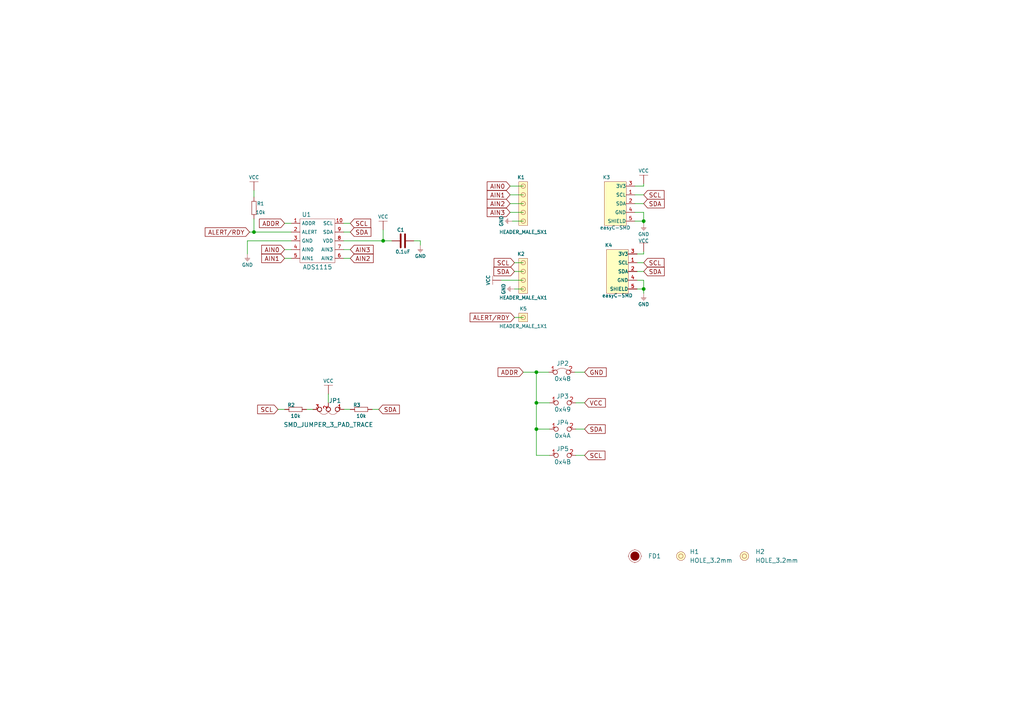
<source format=kicad_sch>
(kicad_sch (version 20210126) (generator eeschema)

  (paper "A4")

  (lib_symbols
    (symbol "e-radionica.com schematics:0603C" (pin_numbers hide) (pin_names (offset 0.002)) (in_bom yes) (on_board yes)
      (property "Reference" "C" (id 0) (at -0.635 3.175 0)
        (effects (font (size 1 1)))
      )
      (property "Value" "0603C" (id 1) (at 0 -3.175 0)
        (effects (font (size 1 1)))
      )
      (property "Footprint" "e-radionica.com footprinti:0603C" (id 2) (at 0 0 0)
        (effects (font (size 1 1)) hide)
      )
      (property "Datasheet" "" (id 3) (at 0 0 0)
        (effects (font (size 1 1)) hide)
      )
      (symbol "0603C_0_1"
        (polyline
          (pts
            (xy -0.635 1.905)
            (xy -0.635 -1.905)
          )
          (stroke (width 0.5)) (fill (type none))
        )
        (polyline
          (pts
            (xy 0.635 1.905)
            (xy 0.635 -1.905)
          )
          (stroke (width 0.5)) (fill (type none))
        )
      )
      (symbol "0603C_1_1"
        (pin passive line (at 3.175 0 180) (length 2.54)
          (name "~" (effects (font (size 1.27 1.27))))
          (number "2" (effects (font (size 1.27 1.27))))
        )
        (pin passive line (at -3.175 0 0) (length 2.54)
          (name "~" (effects (font (size 1.27 1.27))))
          (number "1" (effects (font (size 1.27 1.27))))
        )
      )
    )
    (symbol "e-radionica.com schematics:0603R" (pin_numbers hide) (pin_names (offset 0.254)) (in_bom yes) (on_board yes)
      (property "Reference" "R" (id 0) (at -1.905 1.905 0)
        (effects (font (size 1 1)))
      )
      (property "Value" "0603R" (id 1) (at 0 -1.905 0)
        (effects (font (size 1 1)))
      )
      (property "Footprint" "e-radionica.com footprinti:0603R" (id 2) (at -0.635 1.905 0)
        (effects (font (size 1 1)) hide)
      )
      (property "Datasheet" "" (id 3) (at -0.635 1.905 0)
        (effects (font (size 1 1)) hide)
      )
      (symbol "0603R_0_1"
        (rectangle (start -1.905 0.635) (end -1.8796 -0.635)
          (stroke (width 0.1)) (fill (type none))
        )
        (rectangle (start -1.905 0.635) (end 1.905 0.6096)
          (stroke (width 0.1)) (fill (type none))
        )
        (rectangle (start -1.905 -0.635) (end 1.905 -0.6604)
          (stroke (width 0.1)) (fill (type none))
        )
        (rectangle (start 1.905 0.635) (end 1.9304 -0.635)
          (stroke (width 0.1)) (fill (type none))
        )
      )
      (symbol "0603R_1_1"
        (pin passive line (at -3.175 0 0) (length 1.27)
          (name "~" (effects (font (size 1.27 1.27))))
          (number "1" (effects (font (size 1.27 1.27))))
        )
        (pin passive line (at 3.175 0 180) (length 1.27)
          (name "~" (effects (font (size 1.27 1.27))))
          (number "2" (effects (font (size 1.27 1.27))))
        )
      )
    )
    (symbol "e-radionica.com schematics:ADS1115" (in_bom yes) (on_board yes)
      (property "Reference" "U" (id 0) (at 0 7.62 0)
        (effects (font (size 1.27 1.27)))
      )
      (property "Value" "ADS1115" (id 1) (at 0 -7.62 0)
        (effects (font (size 1.27 1.27)))
      )
      (property "Footprint" "e-radionica.com footprinti:VSSOP" (id 2) (at 0 0 0)
        (effects (font (size 1.27 1.27)) hide)
      )
      (property "Datasheet" "" (id 3) (at 0 0 0)
        (effects (font (size 1.27 1.27)) hide)
      )
      (symbol "ADS1115_0_1"
        (rectangle (start -5.08 6.35) (end 5.08 -6.35)
          (stroke (width 0.0006)) (fill (type none))
        )
      )
      (symbol "ADS1115_1_1"
        (pin input line (at -7.62 5.08 0) (length 2.54)
          (name "ADDR" (effects (font (size 1 1))))
          (number "1" (effects (font (size 1 1))))
        )
        (pin input line (at -7.62 2.54 0) (length 2.54)
          (name "ALERT" (effects (font (size 1 1))))
          (number "2" (effects (font (size 1 1))))
        )
        (pin passive line (at -7.62 0 0) (length 2.54)
          (name "GND" (effects (font (size 1 1))))
          (number "3" (effects (font (size 1 1))))
        )
        (pin input line (at -7.62 -2.54 0) (length 2.54)
          (name "AIN0" (effects (font (size 1 1))))
          (number "4" (effects (font (size 1 1))))
        )
        (pin input line (at -7.62 -5.08 0) (length 2.54)
          (name "AIN1" (effects (font (size 1 1))))
          (number "5" (effects (font (size 1 1))))
        )
        (pin input line (at 7.62 -5.08 180) (length 2.54)
          (name "AIN2" (effects (font (size 1 1))))
          (number "6" (effects (font (size 1 1))))
        )
        (pin input line (at 7.62 -2.54 180) (length 2.54)
          (name "AIN3" (effects (font (size 1 1))))
          (number "7" (effects (font (size 1 1))))
        )
        (pin input line (at 7.62 0 180) (length 2.54)
          (name "VDD" (effects (font (size 1 1))))
          (number "8" (effects (font (size 1 1))))
        )
        (pin input line (at 7.62 2.54 180) (length 2.54)
          (name "SDA" (effects (font (size 1 1))))
          (number "9" (effects (font (size 1 1))))
        )
        (pin input line (at 7.62 5.08 180) (length 2.54)
          (name "SCL" (effects (font (size 1 1))))
          (number "10" (effects (font (size 1 1))))
        )
      )
    )
    (symbol "e-radionica.com schematics:Fiducial_Stencil" (pin_numbers hide) (pin_names hide) (in_bom yes) (on_board yes)
      (property "Reference" "FD?" (id 0) (at 0 3.048 0)
        (effects (font (size 1.27 1.27)))
      )
      (property "Value" "Fiducial_Stencil" (id 1) (at 0 -2.794 0)
        (effects (font (size 1.27 1.27)) hide)
      )
      (property "Footprint" "e-radionica.com footprinti:FIDUCIAL_1MM_PASTE" (id 2) (at 0 -6.35 0)
        (effects (font (size 1.27 1.27)) hide)
      )
      (property "Datasheet" "" (id 3) (at 0 0 0)
        (effects (font (size 1.27 1.27)) hide)
      )
      (symbol "Fiducial_Stencil_0_1"
        (circle (center 0 0) (radius 1.7961) (stroke (width 0.0006)) (fill (type none)))
        (circle (center 0 0) (radius 1.27) (stroke (width 0.001)) (fill (type outline)))
        (polyline
          (pts
            (xy 1.778 0)
            (xy 2.032 0)
          )
          (stroke (width 0.0006)) (fill (type none))
        )
        (polyline
          (pts
            (xy 0 1.778)
            (xy 0 2.032)
          )
          (stroke (width 0.0006)) (fill (type none))
        )
        (polyline
          (pts
            (xy -1.778 0)
            (xy -2.032 0)
          )
          (stroke (width 0.0006)) (fill (type none))
        )
        (polyline
          (pts
            (xy 0 -1.778)
            (xy 0 -2.032)
          )
          (stroke (width 0.0006)) (fill (type none))
        )
      )
    )
    (symbol "e-radionica.com schematics:GND" (power) (pin_names (offset 0)) (in_bom yes) (on_board yes)
      (property "Reference" "#PWR" (id 0) (at 4.445 0 0)
        (effects (font (size 1 1)) hide)
      )
      (property "Value" "GND" (id 1) (at 0 -2.921 0)
        (effects (font (size 1 1)))
      )
      (property "Footprint" "" (id 2) (at 4.445 3.81 0)
        (effects (font (size 1 1)) hide)
      )
      (property "Datasheet" "" (id 3) (at 4.445 3.81 0)
        (effects (font (size 1 1)) hide)
      )
      (property "ki_keywords" "power-flag" (id 4) (at 0 0 0)
        (effects (font (size 1.27 1.27)) hide)
      )
      (property "ki_description" "Power symbol creates a global label with name \"+3V3\"" (id 5) (at 0 0 0)
        (effects (font (size 1.27 1.27)) hide)
      )
      (symbol "GND_0_1"
        (polyline
          (pts
            (xy 0 0)
            (xy 0 -1.27)
          )
          (stroke (width 0.0006)) (fill (type none))
        )
        (polyline
          (pts
            (xy -0.762 -1.27)
            (xy 0.762 -1.27)
          )
          (stroke (width 0.0006)) (fill (type none))
        )
        (polyline
          (pts
            (xy -0.381 -1.778)
            (xy 0.381 -1.778)
          )
          (stroke (width 0.0006)) (fill (type none))
        )
        (polyline
          (pts
            (xy -0.127 -2.032)
            (xy 0.127 -2.032)
          )
          (stroke (width 0.0006)) (fill (type none))
        )
        (polyline
          (pts
            (xy -0.635 -1.524)
            (xy 0.635 -1.524)
          )
          (stroke (width 0.0006)) (fill (type none))
        )
      )
      (symbol "GND_1_1"
        (pin power_in line (at 0 0 270) (length 0) hide
          (name "GND" (effects (font (size 1.27 1.27))))
          (number "1" (effects (font (size 1.27 1.27))))
        )
      )
    )
    (symbol "e-radionica.com schematics:HEADER_MALE_1X1" (pin_numbers hide) (pin_names hide) (in_bom yes) (on_board yes)
      (property "Reference" "K" (id 0) (at -0.635 2.54 0)
        (effects (font (size 1 1)))
      )
      (property "Value" "HEADER_MALE_1X1" (id 1) (at 0 -2.54 0)
        (effects (font (size 1 1)))
      )
      (property "Footprint" "e-radionica.com footprinti:HEADER_MALE_1X1" (id 2) (at 0 0 0)
        (effects (font (size 1 1)) hide)
      )
      (property "Datasheet" "" (id 3) (at 0 0 0)
        (effects (font (size 1 1)) hide)
      )
      (symbol "HEADER_MALE_1X1_0_1"
        (circle (center 0 0) (radius 0.635) (stroke (width 0.0006)) (fill (type none)))
        (rectangle (start -1.27 1.27) (end 1.27 -1.27)
          (stroke (width 0.001)) (fill (type background))
        )
      )
      (symbol "HEADER_MALE_1X1_1_1"
        (pin passive line (at 0 0 180) (length 0)
          (name "~" (effects (font (size 1 1))))
          (number "1" (effects (font (size 1 1))))
        )
      )
    )
    (symbol "e-radionica.com schematics:HEADER_MALE_4X1" (pin_numbers hide) (pin_names hide) (in_bom yes) (on_board yes)
      (property "Reference" "K" (id 0) (at -0.635 7.62 0)
        (effects (font (size 1 1)))
      )
      (property "Value" "HEADER_MALE_4X1" (id 1) (at 0 -5.08 0)
        (effects (font (size 1 1)))
      )
      (property "Footprint" "e-radionica.com footprinti:HEADER_MALE_4X1" (id 2) (at 0 -2.54 0)
        (effects (font (size 1 1)) hide)
      )
      (property "Datasheet" "" (id 3) (at 0 -2.54 0)
        (effects (font (size 1 1)) hide)
      )
      (symbol "HEADER_MALE_4X1_0_1"
        (circle (center 0 -2.54) (radius 0.635) (stroke (width 0.0006)) (fill (type none)))
        (circle (center 0 0) (radius 0.635) (stroke (width 0.0006)) (fill (type none)))
        (circle (center 0 2.54) (radius 0.635) (stroke (width 0.0006)) (fill (type none)))
        (circle (center 0 5.08) (radius 0.635) (stroke (width 0.0006)) (fill (type none)))
        (rectangle (start 1.27 -3.81) (end -1.27 6.35)
          (stroke (width 0.001)) (fill (type background))
        )
      )
      (symbol "HEADER_MALE_4X1_1_1"
        (pin passive line (at 0 -2.54 180) (length 0)
          (name "~" (effects (font (size 1 1))))
          (number "1" (effects (font (size 1 1))))
        )
        (pin passive line (at 0 0 180) (length 0)
          (name "~" (effects (font (size 1 1))))
          (number "2" (effects (font (size 1 1))))
        )
        (pin passive line (at 0 2.54 180) (length 0)
          (name "~" (effects (font (size 1 1))))
          (number "3" (effects (font (size 1 1))))
        )
        (pin passive line (at 0 5.08 180) (length 0)
          (name "~" (effects (font (size 1 1))))
          (number "4" (effects (font (size 1 1))))
        )
      )
    )
    (symbol "e-radionica.com schematics:HEADER_MALE_5X1" (pin_numbers hide) (pin_names hide) (in_bom yes) (on_board yes)
      (property "Reference" "K" (id 0) (at -0.635 7.62 0)
        (effects (font (size 1 1)))
      )
      (property "Value" "HEADER_MALE_5X1" (id 1) (at 0.635 -7.62 0)
        (effects (font (size 1 1)))
      )
      (property "Footprint" "e-radionica.com footprinti:HEADER_MALE_5X1" (id 2) (at 0 0 0)
        (effects (font (size 1 1)) hide)
      )
      (property "Datasheet" "" (id 3) (at 0 0 0)
        (effects (font (size 1 1)) hide)
      )
      (symbol "HEADER_MALE_5X1_0_1"
        (circle (center 0 -5.08) (radius 0.635) (stroke (width 0.0006)) (fill (type none)))
        (circle (center 0 -2.54) (radius 0.635) (stroke (width 0.0006)) (fill (type none)))
        (circle (center 0 0) (radius 0.635) (stroke (width 0.0006)) (fill (type none)))
        (circle (center 0 2.54) (radius 0.635) (stroke (width 0.0006)) (fill (type none)))
        (circle (center 0 5.08) (radius 0.635) (stroke (width 0.0006)) (fill (type none)))
        (rectangle (start -1.27 6.35) (end 1.27 -6.35)
          (stroke (width 0.001)) (fill (type background))
        )
      )
      (symbol "HEADER_MALE_5X1_1_1"
        (pin passive line (at 0 -5.08 180) (length 0)
          (name "~" (effects (font (size 1 1))))
          (number "1" (effects (font (size 1 1))))
        )
        (pin passive line (at 0 -2.54 180) (length 0)
          (name "~" (effects (font (size 1 1))))
          (number "2" (effects (font (size 1 1))))
        )
        (pin passive line (at 0 0 180) (length 0)
          (name "~" (effects (font (size 1 1))))
          (number "3" (effects (font (size 1 1))))
        )
        (pin passive line (at 0 2.54 180) (length 0)
          (name "~" (effects (font (size 1 1))))
          (number "4" (effects (font (size 1 1))))
        )
        (pin passive line (at 0 5.08 180) (length 0)
          (name "~" (effects (font (size 0.991 0.991))))
          (number "5" (effects (font (size 0.991 0.991))))
        )
      )
    )
    (symbol "e-radionica.com schematics:HOLE_3.2mm" (pin_numbers hide) (pin_names hide) (in_bom yes) (on_board yes)
      (property "Reference" "H" (id 0) (at 0 2.54 0)
        (effects (font (size 1.27 1.27)))
      )
      (property "Value" "HOLE_3.2mm" (id 1) (at 0 -2.54 0)
        (effects (font (size 1.27 1.27)))
      )
      (property "Footprint" "e-radionica.com footprinti:HOLE_3.2mm" (id 2) (at 0 0 0)
        (effects (font (size 1.27 1.27)) hide)
      )
      (property "Datasheet" "" (id 3) (at 0 0 0)
        (effects (font (size 1.27 1.27)) hide)
      )
      (symbol "HOLE_3.2mm_0_1"
        (circle (center 0 0) (radius 1.27) (stroke (width 0.001)) (fill (type background)))
        (circle (center 0 0) (radius 0.635) (stroke (width 0.0006)) (fill (type none)))
      )
    )
    (symbol "e-radionica.com schematics:SMD-JUMPER-CONNECTED" (in_bom yes) (on_board yes)
      (property "Reference" "JP" (id 0) (at 0 3.556 0)
        (effects (font (size 1.27 1.27)))
      )
      (property "Value" "SMD-JUMPER-CONNECTED" (id 1) (at 0 -2.54 0)
        (effects (font (size 1.27 1.27)))
      )
      (property "Footprint" "e-radionica.com footprinti:SMD_JUMPER_CONNECTED" (id 2) (at 0 0 0)
        (effects (font (size 1.27 1.27)) hide)
      )
      (property "Datasheet" "" (id 3) (at 0 0 0)
        (effects (font (size 1.27 1.27)) hide)
      )
      (symbol "SMD-JUMPER-CONNECTED_0_1"
        (arc (start -1.8034 0.5588) (end 1.397 0.5842) (radius (at -0.1875 -1.4124) (length 2.5489) (angles 129.3 51.6))
          (stroke (width 0.0006)) (fill (type none))
        )
      )
      (symbol "SMD-JUMPER-CONNECTED_1_1"
        (pin passive inverted (at -4.064 0 0) (length 2.54)
          (name "" (effects (font (size 1.27 1.27))))
          (number "1" (effects (font (size 1.27 1.27))))
        )
        (pin passive inverted (at 3.556 0 180) (length 2.54)
          (name "" (effects (font (size 1.27 1.27))))
          (number "2" (effects (font (size 1.27 1.27))))
        )
      )
    )
    (symbol "e-radionica.com schematics:SMD_JUMPER" (in_bom yes) (on_board yes)
      (property "Reference" "JP" (id 0) (at 0 1.397 0)
        (effects (font (size 1.27 1.27)))
      )
      (property "Value" "SMD_JUMPER" (id 1) (at 0.508 -3.048 0)
        (effects (font (size 1.27 1.27)))
      )
      (property "Footprint" "e-radionica.com footprinti:SMD_JUMPER" (id 2) (at 0 0 0)
        (effects (font (size 1.27 1.27)) hide)
      )
      (property "Datasheet" "" (id 3) (at 0 0 0)
        (effects (font (size 1.27 1.27)) hide)
      )
      (symbol "SMD_JUMPER_1_1"
        (pin passive inverted (at -3.81 0 0) (length 2.54)
          (name "" (effects (font (size 1.27 1.27))))
          (number "1" (effects (font (size 1.27 1.27))))
        )
        (pin passive inverted (at 3.81 0 180) (length 2.54)
          (name "" (effects (font (size 1.27 1.27))))
          (number "2" (effects (font (size 1.27 1.27))))
        )
      )
    )
    (symbol "e-radionica.com schematics:SMD_JUMPER_3_PAD_TRACE" (in_bom yes) (on_board yes)
      (property "Reference" "JP" (id 0) (at 0.0254 5.461 0)
        (effects (font (size 1.27 1.27)))
      )
      (property "Value" "SMD_JUMPER_3_PAD_TRACE" (id 1) (at 0.3048 -4.572 0)
        (effects (font (size 1.27 1.27)))
      )
      (property "Footprint" "e-radionica.com footprinti:SMD_JUMPER_3_PAD_TRACE" (id 2) (at 0 -1.27 0)
        (effects (font (size 1.27 1.27)) hide)
      )
      (property "Datasheet" "" (id 3) (at 0 0 0)
        (effects (font (size 1.27 1.27)) hide)
      )
      (symbol "SMD_JUMPER_3_PAD_TRACE_0_1"
        (arc (start -2.6162 0.6096) (end 0 0.5842) (radius (at -1.3133 0.057) (length 1.4152) (angles 157 21.9))
          (stroke (width 0.0006)) (fill (type none))
        )
        (arc (start 0 0.6096) (end 2.5908 0.6604) (radius (at 1.308 -0.0085) (length 1.4467) (angles 154.7 27.5))
          (stroke (width 0.0006)) (fill (type none))
        )
      )
      (symbol "SMD_JUMPER_3_PAD_TRACE_1_1"
        (pin passive inverted (at -4.5212 -0.0254 0) (length 2.54)
          (name "" (effects (font (size 1 1))))
          (number "1" (effects (font (size 1 1))))
        )
        (pin passive inverted (at 0.0254 -1.9304 90) (length 2.54)
          (name "" (effects (font (size 1 1))))
          (number "2" (effects (font (size 1 1))))
        )
        (pin passive inverted (at 4.4704 0 180) (length 2.54)
          (name "" (effects (font (size 1 1))))
          (number "3" (effects (font (size 1 1))))
        )
      )
    )
    (symbol "e-radionica.com schematics:VCC" (power) (pin_names (offset 0)) (in_bom yes) (on_board yes)
      (property "Reference" "#PWR" (id 0) (at 4.445 0 0)
        (effects (font (size 1 1)) hide)
      )
      (property "Value" "VCC" (id 1) (at 0 3.556 0)
        (effects (font (size 1 1)))
      )
      (property "Footprint" "" (id 2) (at 4.445 3.81 0)
        (effects (font (size 1 1)) hide)
      )
      (property "Datasheet" "" (id 3) (at 4.445 3.81 0)
        (effects (font (size 1 1)) hide)
      )
      (property "ki_keywords" "power-flag" (id 4) (at 0 0 0)
        (effects (font (size 1.27 1.27)) hide)
      )
      (property "ki_description" "Power symbol creates a global label with name \"+3V3\"" (id 5) (at 0 0 0)
        (effects (font (size 1.27 1.27)) hide)
      )
      (symbol "VCC_0_1"
        (polyline
          (pts
            (xy 0 0)
            (xy 0 2.54)
          )
          (stroke (width 0)) (fill (type none))
        )
        (polyline
          (pts
            (xy -1.27 2.54)
            (xy 1.27 2.54)
          )
          (stroke (width 0.0006)) (fill (type none))
        )
      )
      (symbol "VCC_1_1"
        (pin power_in line (at 0 0 90) (length 0) hide
          (name "VCC" (effects (font (size 1.27 1.27))))
          (number "1" (effects (font (size 1.27 1.27))))
        )
      )
    )
    (symbol "e-radionica.com schematics:easyC-SMD" (pin_names (offset 0.002)) (in_bom yes) (on_board yes)
      (property "Reference" "K" (id 0) (at -2.54 10.16 0)
        (effects (font (size 1 1)))
      )
      (property "Value" "easyC-SMD" (id 1) (at 0 -5.08 0)
        (effects (font (size 1 1)))
      )
      (property "Footprint" "e-radionica.com footprinti:easyC-connector" (id 2) (at 3.175 2.54 0)
        (effects (font (size 1 1)) hide)
      )
      (property "Datasheet" "" (id 3) (at 3.175 2.54 0)
        (effects (font (size 1 1)) hide)
      )
      (symbol "easyC-SMD_0_1"
        (rectangle (start -3.175 8.89) (end 3.175 -3.81)
          (stroke (width 0.001)) (fill (type background))
        )
      )
      (symbol "easyC-SMD_1_1"
        (pin passive line (at 5.715 5.08 180) (length 2.54)
          (name "SCL" (effects (font (size 1 1))))
          (number "1" (effects (font (size 1 1))))
        )
        (pin passive line (at 5.715 2.54 180) (length 2.54)
          (name "SDA" (effects (font (size 1 1))))
          (number "2" (effects (font (size 1 1))))
        )
        (pin passive line (at 5.715 7.62 180) (length 2.54)
          (name "3V3" (effects (font (size 1 1))))
          (number "3" (effects (font (size 1 1))))
        )
        (pin passive line (at 5.715 0 180) (length 2.54)
          (name "GND" (effects (font (size 1 1))))
          (number "4" (effects (font (size 1 1))))
        )
        (pin passive line (at 5.715 -2.54 180) (length 2.54)
          (name "SHIELD" (effects (font (size 1 1))))
          (number "5" (effects (font (size 1 1))))
        )
      )
    )
  )

  (junction (at 73.66 67.31) (diameter 0.9144) (color 0 0 0 0))
  (junction (at 111.125 69.85) (diameter 0.9144) (color 0 0 0 0))
  (junction (at 155.575 107.95) (diameter 0.9144) (color 0 0 0 0))
  (junction (at 155.575 116.84) (diameter 0.9144) (color 0 0 0 0))
  (junction (at 155.575 124.46) (diameter 0.9144) (color 0 0 0 0))
  (junction (at 186.69 64.135) (diameter 0.9144) (color 0 0 0 0))
  (junction (at 186.69 83.82) (diameter 0.9144) (color 0 0 0 0))

  (wire (pts (xy 71.755 69.85) (xy 71.755 73.66))
    (stroke (width 0) (type solid) (color 0 0 0 0))
    (uuid 63067bd3-1597-445f-9e9c-9850b15909bf)
  )
  (wire (pts (xy 72.39 67.31) (xy 73.66 67.31))
    (stroke (width 0) (type solid) (color 0 0 0 0))
    (uuid e14ea2d1-e562-4e13-95d0-c6228acf1462)
  )
  (wire (pts (xy 73.66 55.245) (xy 73.66 57.15))
    (stroke (width 0) (type solid) (color 0 0 0 0))
    (uuid c9f38f37-4cb1-461b-9381-2ecdeb1f7bd2)
  )
  (wire (pts (xy 73.66 63.5) (xy 73.66 67.31))
    (stroke (width 0) (type solid) (color 0 0 0 0))
    (uuid 877318da-7a69-4c04-952a-4b566c44079b)
  )
  (wire (pts (xy 73.66 67.31) (xy 84.455 67.31))
    (stroke (width 0) (type solid) (color 0 0 0 0))
    (uuid 877318da-7a69-4c04-952a-4b566c44079b)
  )
  (wire (pts (xy 80.645 118.745) (xy 82.55 118.745))
    (stroke (width 0) (type solid) (color 0 0 0 0))
    (uuid 8b18c55c-f602-4cd0-adaa-b35fe3359e0f)
  )
  (wire (pts (xy 82.55 64.77) (xy 84.455 64.77))
    (stroke (width 0) (type solid) (color 0 0 0 0))
    (uuid 1fe15357-3b7c-41a6-a872-ad1318d67d57)
  )
  (wire (pts (xy 82.55 72.39) (xy 84.455 72.39))
    (stroke (width 0) (type solid) (color 0 0 0 0))
    (uuid 80815e22-a489-424c-9b99-581a102e46ff)
  )
  (wire (pts (xy 82.55 74.93) (xy 84.455 74.93))
    (stroke (width 0) (type solid) (color 0 0 0 0))
    (uuid c9992829-785f-477f-b0a3-057e38cd3112)
  )
  (wire (pts (xy 84.455 69.85) (xy 71.755 69.85))
    (stroke (width 0) (type solid) (color 0 0 0 0))
    (uuid 63067bd3-1597-445f-9e9c-9850b15909bf)
  )
  (wire (pts (xy 88.9 118.745) (xy 90.7796 118.745))
    (stroke (width 0) (type solid) (color 0 0 0 0))
    (uuid 657a3c1f-2cbd-4c5f-b1ec-df589baadf2d)
  )
  (wire (pts (xy 95.2246 114.3) (xy 95.25 114.3))
    (stroke (width 0) (type solid) (color 0 0 0 0))
    (uuid 2bcdecb2-c002-4c62-8874-4da36bfa573c)
  )
  (wire (pts (xy 95.2246 116.8146) (xy 95.2246 114.3))
    (stroke (width 0) (type solid) (color 0 0 0 0))
    (uuid 2bcdecb2-c002-4c62-8874-4da36bfa573c)
  )
  (wire (pts (xy 99.695 64.77) (xy 101.6 64.77))
    (stroke (width 0) (type solid) (color 0 0 0 0))
    (uuid 1e4d3047-3509-4a30-95cd-3e57cd622583)
  )
  (wire (pts (xy 99.695 67.31) (xy 101.6 67.31))
    (stroke (width 0) (type solid) (color 0 0 0 0))
    (uuid 13b7ae0b-da45-452e-a91e-208245b2b6ce)
  )
  (wire (pts (xy 99.695 69.85) (xy 111.125 69.85))
    (stroke (width 0) (type solid) (color 0 0 0 0))
    (uuid c28eea14-b547-4367-9074-ce1c31618083)
  )
  (wire (pts (xy 99.695 72.39) (xy 101.6 72.39))
    (stroke (width 0) (type solid) (color 0 0 0 0))
    (uuid c7f5f7a8-b811-4178-8cd3-35bb232d7788)
  )
  (wire (pts (xy 99.695 74.93) (xy 101.6 74.93))
    (stroke (width 0) (type solid) (color 0 0 0 0))
    (uuid 51495dd7-d35d-4a40-a9fe-c9caada89762)
  )
  (wire (pts (xy 99.7712 118.7196) (xy 101.6 118.7196))
    (stroke (width 0) (type solid) (color 0 0 0 0))
    (uuid a3ffe5e0-c96c-466c-a36c-1513bee0bcbc)
  )
  (wire (pts (xy 101.6 118.7196) (xy 101.6 118.745))
    (stroke (width 0) (type solid) (color 0 0 0 0))
    (uuid a3ffe5e0-c96c-466c-a36c-1513bee0bcbc)
  )
  (wire (pts (xy 107.95 118.745) (xy 109.855 118.745))
    (stroke (width 0) (type solid) (color 0 0 0 0))
    (uuid fe6ad530-d3e8-4a9b-b2fb-23bf9c0fcfe5)
  )
  (wire (pts (xy 111.125 69.85) (xy 111.125 66.675))
    (stroke (width 0) (type solid) (color 0 0 0 0))
    (uuid c28eea14-b547-4367-9074-ce1c31618083)
  )
  (wire (pts (xy 111.125 69.85) (xy 113.665 69.85))
    (stroke (width 0) (type solid) (color 0 0 0 0))
    (uuid 00888161-d2e2-4aec-a1e7-348bdb3d8c1e)
  )
  (wire (pts (xy 120.015 69.85) (xy 121.92 69.85))
    (stroke (width 0) (type solid) (color 0 0 0 0))
    (uuid de17b686-ba5e-4e55-9486-b2619cc6a9ae)
  )
  (wire (pts (xy 121.92 69.85) (xy 121.92 71.12))
    (stroke (width 0) (type solid) (color 0 0 0 0))
    (uuid de17b686-ba5e-4e55-9486-b2619cc6a9ae)
  )
  (wire (pts (xy 145.415 81.28) (xy 151.765 81.28))
    (stroke (width 0) (type solid) (color 0 0 0 0))
    (uuid 5d7a767e-f9ef-488f-b395-82232c6218cc)
  )
  (wire (pts (xy 147.955 53.975) (xy 151.765 53.975))
    (stroke (width 0) (type solid) (color 0 0 0 0))
    (uuid c334a052-2d49-4875-904c-0b86e77b4c41)
  )
  (wire (pts (xy 147.955 56.515) (xy 151.765 56.515))
    (stroke (width 0) (type solid) (color 0 0 0 0))
    (uuid 5efea259-04bd-4c83-b25f-46a71645f5d7)
  )
  (wire (pts (xy 147.955 59.055) (xy 151.765 59.055))
    (stroke (width 0) (type solid) (color 0 0 0 0))
    (uuid e5dc66ea-6117-4b78-b8db-9bd944bdb709)
  )
  (wire (pts (xy 147.955 61.595) (xy 151.765 61.595))
    (stroke (width 0) (type solid) (color 0 0 0 0))
    (uuid 37c232be-bd7a-4492-9ceb-436c37913d4c)
  )
  (wire (pts (xy 148.59 64.135) (xy 151.765 64.135))
    (stroke (width 0) (type solid) (color 0 0 0 0))
    (uuid d3080210-5601-407d-9b19-b35a03c216f5)
  )
  (wire (pts (xy 149.225 76.2) (xy 151.765 76.2))
    (stroke (width 0) (type solid) (color 0 0 0 0))
    (uuid dc172165-4b07-4cbd-b920-9229d9c59c23)
  )
  (wire (pts (xy 149.225 78.74) (xy 151.765 78.74))
    (stroke (width 0) (type solid) (color 0 0 0 0))
    (uuid 6d48b2e7-46b0-40c6-981e-830f97cbcf2a)
  )
  (wire (pts (xy 149.225 83.82) (xy 151.765 83.82))
    (stroke (width 0) (type solid) (color 0 0 0 0))
    (uuid cc19a74e-c19e-4b8b-86c4-d1e51c0193c3)
  )
  (wire (pts (xy 149.225 92.075) (xy 151.765 92.075))
    (stroke (width 0) (type solid) (color 0 0 0 0))
    (uuid b975adce-5316-4a5f-8311-3fa5cecdf4ad)
  )
  (wire (pts (xy 151.765 107.95) (xy 155.575 107.95))
    (stroke (width 0) (type solid) (color 0 0 0 0))
    (uuid 1663494e-5b3d-4e4e-8707-a49bc6e22929)
  )
  (wire (pts (xy 155.575 107.95) (xy 155.575 116.84))
    (stroke (width 0) (type solid) (color 0 0 0 0))
    (uuid 64b836ba-4412-40a2-b512-23a3e9b56374)
  )
  (wire (pts (xy 155.575 107.95) (xy 159.131 107.95))
    (stroke (width 0) (type solid) (color 0 0 0 0))
    (uuid 1663494e-5b3d-4e4e-8707-a49bc6e22929)
  )
  (wire (pts (xy 155.575 116.84) (xy 155.575 124.46))
    (stroke (width 0) (type solid) (color 0 0 0 0))
    (uuid 64b836ba-4412-40a2-b512-23a3e9b56374)
  )
  (wire (pts (xy 155.575 124.46) (xy 155.575 132.08))
    (stroke (width 0) (type solid) (color 0 0 0 0))
    (uuid 64b836ba-4412-40a2-b512-23a3e9b56374)
  )
  (wire (pts (xy 155.575 124.46) (xy 159.385 124.46))
    (stroke (width 0) (type solid) (color 0 0 0 0))
    (uuid a93cab90-ce55-47f3-9b67-8fe9854e48ab)
  )
  (wire (pts (xy 159.385 116.84) (xy 155.575 116.84))
    (stroke (width 0) (type solid) (color 0 0 0 0))
    (uuid b5de103f-d8a5-4944-832f-ef6e36109150)
  )
  (wire (pts (xy 159.385 132.08) (xy 155.575 132.08))
    (stroke (width 0) (type solid) (color 0 0 0 0))
    (uuid 64b836ba-4412-40a2-b512-23a3e9b56374)
  )
  (wire (pts (xy 166.751 107.95) (xy 169.545 107.95))
    (stroke (width 0) (type solid) (color 0 0 0 0))
    (uuid 99454d0b-0afd-42fe-ac16-26d90acad37f)
  )
  (wire (pts (xy 167.005 116.84) (xy 169.545 116.84))
    (stroke (width 0) (type solid) (color 0 0 0 0))
    (uuid b4b5e1e2-bc93-45e0-a7b2-4b1b6b6f978a)
  )
  (wire (pts (xy 167.005 124.46) (xy 169.545 124.46))
    (stroke (width 0) (type solid) (color 0 0 0 0))
    (uuid 083d2c4e-b8ff-405f-9de6-427db5a5a6a8)
  )
  (wire (pts (xy 167.005 132.08) (xy 169.545 132.08))
    (stroke (width 0) (type solid) (color 0 0 0 0))
    (uuid c64d3032-2293-4636-97f2-804885b47920)
  )
  (wire (pts (xy 184.15 53.975) (xy 186.69 53.975))
    (stroke (width 0) (type solid) (color 0 0 0 0))
    (uuid b401fc24-11df-4c76-8644-37029d6d432b)
  )
  (wire (pts (xy 184.15 56.515) (xy 186.69 56.515))
    (stroke (width 0) (type solid) (color 0 0 0 0))
    (uuid 1be6da71-c823-4782-8a0d-a2da8cd3e8e1)
  )
  (wire (pts (xy 184.15 59.055) (xy 186.69 59.055))
    (stroke (width 0) (type solid) (color 0 0 0 0))
    (uuid 9ab361df-d69b-4aa1-992d-ccbf710934af)
  )
  (wire (pts (xy 184.15 61.595) (xy 186.69 61.595))
    (stroke (width 0) (type solid) (color 0 0 0 0))
    (uuid eff70b11-ce07-4fdc-b431-7712e0a6901b)
  )
  (wire (pts (xy 184.15 64.135) (xy 186.69 64.135))
    (stroke (width 0) (type solid) (color 0 0 0 0))
    (uuid 526db69c-a2ab-44d0-9bf3-d59f2eff26de)
  )
  (wire (pts (xy 184.785 73.66) (xy 186.69 73.66))
    (stroke (width 0) (type solid) (color 0 0 0 0))
    (uuid 2862acb4-cf63-4c76-a15e-a5e8f8d6657f)
  )
  (wire (pts (xy 184.785 76.2) (xy 186.69 76.2))
    (stroke (width 0) (type solid) (color 0 0 0 0))
    (uuid 38ff7e07-dd1c-4c1d-b65b-9b1dc6ef4253)
  )
  (wire (pts (xy 184.785 78.74) (xy 186.69 78.74))
    (stroke (width 0) (type solid) (color 0 0 0 0))
    (uuid 0e17d909-0c96-4d12-a2b6-ef5a679e3327)
  )
  (wire (pts (xy 184.785 81.28) (xy 186.69 81.28))
    (stroke (width 0) (type solid) (color 0 0 0 0))
    (uuid 23af1255-838d-4897-ab91-4e1632540561)
  )
  (wire (pts (xy 184.785 83.82) (xy 186.69 83.82))
    (stroke (width 0) (type solid) (color 0 0 0 0))
    (uuid 2b93b45e-6615-4795-9af9-8a3efd054961)
  )
  (wire (pts (xy 186.69 53.975) (xy 186.69 53.34))
    (stroke (width 0) (type solid) (color 0 0 0 0))
    (uuid b401fc24-11df-4c76-8644-37029d6d432b)
  )
  (wire (pts (xy 186.69 61.595) (xy 186.69 64.135))
    (stroke (width 0) (type solid) (color 0 0 0 0))
    (uuid eff70b11-ce07-4fdc-b431-7712e0a6901b)
  )
  (wire (pts (xy 186.69 64.135) (xy 186.69 64.77))
    (stroke (width 0) (type solid) (color 0 0 0 0))
    (uuid eff70b11-ce07-4fdc-b431-7712e0a6901b)
  )
  (wire (pts (xy 186.69 73.66) (xy 186.69 73.025))
    (stroke (width 0) (type solid) (color 0 0 0 0))
    (uuid 2862acb4-cf63-4c76-a15e-a5e8f8d6657f)
  )
  (wire (pts (xy 186.69 81.28) (xy 186.69 83.82))
    (stroke (width 0) (type solid) (color 0 0 0 0))
    (uuid 23af1255-838d-4897-ab91-4e1632540561)
  )
  (wire (pts (xy 186.69 83.82) (xy 186.69 85.09))
    (stroke (width 0) (type solid) (color 0 0 0 0))
    (uuid 23af1255-838d-4897-ab91-4e1632540561)
  )

  (global_label "ALERT{slash}RDY" (shape input) (at 72.39 67.31 180)
    (effects (font (size 1.27 1.27)) (justify right))
    (uuid ac1ffc62-bb03-48ef-a7b6-68d9b1ecdab0)
    (property "Intersheet References" "${INTERSHEET_REFS}" (id 0) (at 57.9905 67.2306 0)
      (effects (font (size 1.27 1.27)) (justify right) hide)
    )
  )
  (global_label "SCL" (shape input) (at 80.645 118.745 180)
    (effects (font (size 1.27 1.27)) (justify right))
    (uuid a039364b-ec47-465c-9cfb-e40633284965)
    (property "Intersheet References" "${INTERSHEET_REFS}" (id 0) (at 73.2003 118.8244 0)
      (effects (font (size 1.27 1.27)) (justify right) hide)
    )
  )
  (global_label "ADDR" (shape input) (at 82.55 64.77 180)
    (effects (font (size 1.27 1.27)) (justify right))
    (uuid 25345ff7-d39a-4eaa-8a32-fbe638a94b58)
    (property "Intersheet References" "${INTERSHEET_REFS}" (id 0) (at 73.7143 64.6906 0)
      (effects (font (size 1.27 1.27)) (justify right) hide)
    )
  )
  (global_label "AIN0" (shape input) (at 82.55 72.39 180)
    (effects (font (size 1.27 1.27)) (justify right))
    (uuid e6f84c0f-f42f-4600-85c2-4e8a780a452c)
    (property "Intersheet References" "${INTERSHEET_REFS}" (id 0) (at 74.3796 72.3106 0)
      (effects (font (size 1.27 1.27)) (justify right) hide)
    )
  )
  (global_label "AIN1" (shape input) (at 82.55 74.93 180)
    (effects (font (size 1.27 1.27)) (justify right))
    (uuid 0d24404f-3eb3-48ef-8d06-c7c037d865f7)
    (property "Intersheet References" "${INTERSHEET_REFS}" (id 0) (at 74.3796 74.8506 0)
      (effects (font (size 1.27 1.27)) (justify right) hide)
    )
  )
  (global_label "SCL" (shape input) (at 101.6 64.77 0)
    (effects (font (size 1.27 1.27)) (justify left))
    (uuid 87916a70-470b-4199-9c97-b28191675a68)
    (property "Intersheet References" "${INTERSHEET_REFS}" (id 0) (at 109.0447 64.6906 0)
      (effects (font (size 1.27 1.27)) (justify left) hide)
    )
  )
  (global_label "SDA" (shape input) (at 101.6 67.31 0)
    (effects (font (size 1.27 1.27)) (justify left))
    (uuid 8f6ac573-bf50-4715-86c2-0d97c1e6633b)
    (property "Intersheet References" "${INTERSHEET_REFS}" (id 0) (at 109.1052 67.2306 0)
      (effects (font (size 1.27 1.27)) (justify left) hide)
    )
  )
  (global_label "AIN3" (shape input) (at 101.6 72.39 0)
    (effects (font (size 1.27 1.27)) (justify left))
    (uuid ebbe47a8-353f-4627-8924-a1386f363047)
    (property "Intersheet References" "${INTERSHEET_REFS}" (id 0) (at 109.7704 72.3106 0)
      (effects (font (size 1.27 1.27)) (justify left) hide)
    )
  )
  (global_label "AIN2" (shape input) (at 101.6 74.93 0)
    (effects (font (size 1.27 1.27)) (justify left))
    (uuid 448d84fc-2832-446a-8d91-80a717dfacf2)
    (property "Intersheet References" "${INTERSHEET_REFS}" (id 0) (at 109.7704 74.8506 0)
      (effects (font (size 1.27 1.27)) (justify left) hide)
    )
  )
  (global_label "SDA" (shape input) (at 109.855 118.745 0)
    (effects (font (size 1.27 1.27)) (justify left))
    (uuid 931d367b-d70f-4429-b1b8-a36fb6d932ca)
    (property "Intersheet References" "${INTERSHEET_REFS}" (id 0) (at 117.3602 118.6656 0)
      (effects (font (size 1.27 1.27)) (justify left) hide)
    )
  )
  (global_label "AIN0" (shape input) (at 147.955 53.975 180)
    (effects (font (size 1.27 1.27)) (justify right))
    (uuid 6c94a138-6d86-47e5-831f-590599377dbc)
    (property "Intersheet References" "${INTERSHEET_REFS}" (id 0) (at 139.7846 53.8956 0)
      (effects (font (size 1.27 1.27)) (justify right) hide)
    )
  )
  (global_label "AIN1" (shape input) (at 147.955 56.515 180)
    (effects (font (size 1.27 1.27)) (justify right))
    (uuid f2308bd0-3820-4dda-a06f-9f3f5665b514)
    (property "Intersheet References" "${INTERSHEET_REFS}" (id 0) (at 139.7846 56.4356 0)
      (effects (font (size 1.27 1.27)) (justify right) hide)
    )
  )
  (global_label "AIN2" (shape input) (at 147.955 59.055 180)
    (effects (font (size 1.27 1.27)) (justify right))
    (uuid b74accdf-43aa-4361-b168-b4f782052517)
    (property "Intersheet References" "${INTERSHEET_REFS}" (id 0) (at 139.7846 58.9756 0)
      (effects (font (size 1.27 1.27)) (justify right) hide)
    )
  )
  (global_label "AIN3" (shape input) (at 147.955 61.595 180)
    (effects (font (size 1.27 1.27)) (justify right))
    (uuid 0ac71090-4f31-4926-a369-f5d8f5a6f055)
    (property "Intersheet References" "${INTERSHEET_REFS}" (id 0) (at 139.7846 61.5156 0)
      (effects (font (size 1.27 1.27)) (justify right) hide)
    )
  )
  (global_label "SCL" (shape input) (at 149.225 76.2 180)
    (effects (font (size 1.27 1.27)) (justify right))
    (uuid 8956df17-58a8-4fcd-a9aa-6d190a304880)
    (property "Intersheet References" "${INTERSHEET_REFS}" (id 0) (at 141.7803 76.2794 0)
      (effects (font (size 1.27 1.27)) (justify right) hide)
    )
  )
  (global_label "SDA" (shape input) (at 149.225 78.74 180)
    (effects (font (size 1.27 1.27)) (justify right))
    (uuid 633e57f2-d3ee-48ed-8600-3728c4246d25)
    (property "Intersheet References" "${INTERSHEET_REFS}" (id 0) (at 141.7198 78.8194 0)
      (effects (font (size 1.27 1.27)) (justify right) hide)
    )
  )
  (global_label "ALERT{slash}RDY" (shape input) (at 149.225 92.075 180)
    (effects (font (size 1.27 1.27)) (justify right))
    (uuid 00f1ed77-6acc-440c-a880-e36c73ad6081)
    (property "Intersheet References" "${INTERSHEET_REFS}" (id 0) (at 134.8255 91.9956 0)
      (effects (font (size 1.27 1.27)) (justify right) hide)
    )
  )
  (global_label "ADDR" (shape input) (at 151.765 107.95 180)
    (effects (font (size 1.27 1.27)) (justify right))
    (uuid 8df848c8-d5a8-45bc-b673-8207f26fee73)
    (property "Intersheet References" "${INTERSHEET_REFS}" (id 0) (at 142.9293 107.8706 0)
      (effects (font (size 1.27 1.27)) (justify right) hide)
    )
  )
  (global_label "GND" (shape input) (at 169.545 107.95 0)
    (effects (font (size 1.27 1.27)) (justify left))
    (uuid b2c04c8b-cf67-4ba9-bae4-764eff3ac531)
    (property "Intersheet References" "${INTERSHEET_REFS}" (id 0) (at 177.3526 107.8706 0)
      (effects (font (size 1.27 1.27)) (justify left) hide)
    )
  )
  (global_label "VCC" (shape input) (at 169.545 116.84 0)
    (effects (font (size 1.27 1.27)) (justify left))
    (uuid f155936c-7b6e-4f4b-9528-a4853a3bde4d)
    (property "Intersheet References" "${INTERSHEET_REFS}" (id 0) (at 177.1107 116.7606 0)
      (effects (font (size 1.27 1.27)) (justify left) hide)
    )
  )
  (global_label "SDA" (shape input) (at 169.545 124.46 0)
    (effects (font (size 1.27 1.27)) (justify left))
    (uuid 9439d66b-5016-4cc7-834b-2e8990f2b5cb)
    (property "Intersheet References" "${INTERSHEET_REFS}" (id 0) (at 177.0502 124.3806 0)
      (effects (font (size 1.27 1.27)) (justify left) hide)
    )
  )
  (global_label "SCL" (shape input) (at 169.545 132.08 0)
    (effects (font (size 1.27 1.27)) (justify left))
    (uuid e6ad3a92-8d67-42aa-9a39-f38f835beeff)
    (property "Intersheet References" "${INTERSHEET_REFS}" (id 0) (at 176.9897 132.0006 0)
      (effects (font (size 1.27 1.27)) (justify left) hide)
    )
  )
  (global_label "SCL" (shape input) (at 186.69 56.515 0)
    (effects (font (size 1.27 1.27)) (justify left))
    (uuid 5bff5333-ba22-48c2-942a-6055f882c757)
    (property "Intersheet References" "${INTERSHEET_REFS}" (id 0) (at 194.1347 56.4356 0)
      (effects (font (size 1.27 1.27)) (justify left) hide)
    )
  )
  (global_label "SDA" (shape input) (at 186.69 59.055 0)
    (effects (font (size 1.27 1.27)) (justify left))
    (uuid 9995723f-715b-4d28-a1b1-0de7a9d801ef)
    (property "Intersheet References" "${INTERSHEET_REFS}" (id 0) (at 194.1952 58.9756 0)
      (effects (font (size 1.27 1.27)) (justify left) hide)
    )
  )
  (global_label "SCL" (shape input) (at 186.69 76.2 0)
    (effects (font (size 1.27 1.27)) (justify left))
    (uuid 1729b21d-10eb-4b21-906e-f5527bb0ccd3)
    (property "Intersheet References" "${INTERSHEET_REFS}" (id 0) (at 194.1347 76.1206 0)
      (effects (font (size 1.27 1.27)) (justify left) hide)
    )
  )
  (global_label "SDA" (shape input) (at 186.69 78.74 0)
    (effects (font (size 1.27 1.27)) (justify left))
    (uuid 040a5f6c-3434-4eb9-91c7-93c1d5f56801)
    (property "Intersheet References" "${INTERSHEET_REFS}" (id 0) (at 194.1952 78.6606 0)
      (effects (font (size 1.27 1.27)) (justify left) hide)
    )
  )

  (symbol (lib_id "e-radionica.com schematics:GND") (at 71.755 73.66 0) (unit 1)
    (in_bom yes) (on_board yes)
    (uuid 702bceaa-319e-4888-8dd1-68931bca1e9e)
    (property "Reference" "#PWR01" (id 0) (at 76.2 73.66 0)
      (effects (font (size 1 1)) hide)
    )
    (property "Value" "GND" (id 1) (at 71.755 76.835 0)
      (effects (font (size 1 1)))
    )
    (property "Footprint" "" (id 2) (at 76.2 69.85 0)
      (effects (font (size 1 1)) hide)
    )
    (property "Datasheet" "" (id 3) (at 76.2 69.85 0)
      (effects (font (size 1 1)) hide)
    )
    (pin "1" (uuid 0323d6db-5c4a-45be-bdde-c6f115f9157c))
  )

  (symbol (lib_id "e-radionica.com schematics:GND") (at 121.92 71.12 0) (unit 1)
    (in_bom yes) (on_board yes)
    (uuid 0b5ce8ec-ed77-4cb5-b7cb-ad1b4cf3ec43)
    (property "Reference" "#PWR05" (id 0) (at 126.365 71.12 0)
      (effects (font (size 1 1)) hide)
    )
    (property "Value" "GND" (id 1) (at 121.92 74.295 0)
      (effects (font (size 1 1)))
    )
    (property "Footprint" "" (id 2) (at 126.365 67.31 0)
      (effects (font (size 1 1)) hide)
    )
    (property "Datasheet" "" (id 3) (at 126.365 67.31 0)
      (effects (font (size 1 1)) hide)
    )
    (pin "1" (uuid 0323d6db-5c4a-45be-bdde-c6f115f9157c))
  )

  (symbol (lib_id "e-radionica.com schematics:GND") (at 148.59 64.135 270) (unit 1)
    (in_bom yes) (on_board yes)
    (uuid 73ac4d3a-7b05-4fd3-b013-56c2769c41e2)
    (property "Reference" "#PWR07" (id 0) (at 148.59 68.58 0)
      (effects (font (size 1 1)) hide)
    )
    (property "Value" "GND" (id 1) (at 145.415 64.135 0)
      (effects (font (size 1 1)))
    )
    (property "Footprint" "" (id 2) (at 152.4 68.58 0)
      (effects (font (size 1 1)) hide)
    )
    (property "Datasheet" "" (id 3) (at 152.4 68.58 0)
      (effects (font (size 1 1)) hide)
    )
    (pin "1" (uuid 0323d6db-5c4a-45be-bdde-c6f115f9157c))
  )

  (symbol (lib_id "e-radionica.com schematics:GND") (at 149.225 83.82 270) (unit 1)
    (in_bom yes) (on_board yes)
    (uuid 18971853-4069-4946-8094-e97dea46ca11)
    (property "Reference" "#PWR08" (id 0) (at 149.225 88.265 0)
      (effects (font (size 1 1)) hide)
    )
    (property "Value" "GND" (id 1) (at 146.05 83.82 0)
      (effects (font (size 1 1)))
    )
    (property "Footprint" "" (id 2) (at 153.035 88.265 0)
      (effects (font (size 1 1)) hide)
    )
    (property "Datasheet" "" (id 3) (at 153.035 88.265 0)
      (effects (font (size 1 1)) hide)
    )
    (pin "1" (uuid 0323d6db-5c4a-45be-bdde-c6f115f9157c))
  )

  (symbol (lib_id "e-radionica.com schematics:GND") (at 186.69 64.77 0) (unit 1)
    (in_bom yes) (on_board yes)
    (uuid 799314ac-3753-49ae-9167-66ec9b205144)
    (property "Reference" "#PWR010" (id 0) (at 191.135 64.77 0)
      (effects (font (size 1 1)) hide)
    )
    (property "Value" "GND" (id 1) (at 186.69 67.945 0)
      (effects (font (size 1 1)))
    )
    (property "Footprint" "" (id 2) (at 191.135 60.96 0)
      (effects (font (size 1 1)) hide)
    )
    (property "Datasheet" "" (id 3) (at 191.135 60.96 0)
      (effects (font (size 1 1)) hide)
    )
    (pin "1" (uuid 0323d6db-5c4a-45be-bdde-c6f115f9157c))
  )

  (symbol (lib_id "e-radionica.com schematics:GND") (at 186.69 85.09 0) (unit 1)
    (in_bom yes) (on_board yes)
    (uuid 0204fb03-b44f-4b6d-8156-cb39ce289203)
    (property "Reference" "#PWR012" (id 0) (at 191.135 85.09 0)
      (effects (font (size 1 1)) hide)
    )
    (property "Value" "GND" (id 1) (at 186.69 88.265 0)
      (effects (font (size 1 1)))
    )
    (property "Footprint" "" (id 2) (at 191.135 81.28 0)
      (effects (font (size 1 1)) hide)
    )
    (property "Datasheet" "" (id 3) (at 191.135 81.28 0)
      (effects (font (size 1 1)) hide)
    )
    (pin "1" (uuid 0323d6db-5c4a-45be-bdde-c6f115f9157c))
  )

  (symbol (lib_id "e-radionica.com schematics:HEADER_MALE_1X1") (at 151.765 92.075 0) (unit 1)
    (in_bom yes) (on_board yes)
    (uuid 6a78faf4-8b5c-4e6d-8e10-a46a937324f5)
    (property "Reference" "K5" (id 0) (at 151.765 89.535 0)
      (effects (font (size 1 1)))
    )
    (property "Value" "HEADER_MALE_1X1" (id 1) (at 151.765 94.615 0)
      (effects (font (size 1 1)))
    )
    (property "Footprint" "e-radionica.com footprinti:HEADER_MALE_1X1" (id 2) (at 151.765 92.075 0)
      (effects (font (size 1 1)) hide)
    )
    (property "Datasheet" "" (id 3) (at 151.765 92.075 0)
      (effects (font (size 1 1)) hide)
    )
    (pin "1" (uuid 8469d92d-96b4-4a2e-994d-8959d7e33151))
  )

  (symbol (lib_id "e-radionica.com schematics:HOLE_3.2mm") (at 197.485 161.29 0) (unit 1)
    (in_bom yes) (on_board yes)
    (uuid a08b2555-914c-40a1-9c5b-cb8eb1b2cd96)
    (property "Reference" "H1" (id 0) (at 200.025 160.02 0)
      (effects (font (size 1.27 1.27)) (justify left))
    )
    (property "Value" "HOLE_3.2mm" (id 1) (at 200.025 162.56 0)
      (effects (font (size 1.27 1.27)) (justify left))
    )
    (property "Footprint" "e-radionica.com footprinti:HOLE_3.2mm" (id 2) (at 197.485 161.29 0)
      (effects (font (size 1.27 1.27)) hide)
    )
    (property "Datasheet" "" (id 3) (at 197.485 161.29 0)
      (effects (font (size 1.27 1.27)) hide)
    )
  )

  (symbol (lib_id "e-radionica.com schematics:HOLE_3.2mm") (at 215.9 161.29 0) (unit 1)
    (in_bom yes) (on_board yes)
    (uuid 3db1a7cd-94a3-4a88-b5b8-9a88bb901e4a)
    (property "Reference" "H2" (id 0) (at 219.075 160.02 0)
      (effects (font (size 1.27 1.27)) (justify left))
    )
    (property "Value" "HOLE_3.2mm" (id 1) (at 219.075 162.56 0)
      (effects (font (size 1.27 1.27)) (justify left))
    )
    (property "Footprint" "e-radionica.com footprinti:HOLE_3.2mm" (id 2) (at 215.9 161.29 0)
      (effects (font (size 1.27 1.27)) hide)
    )
    (property "Datasheet" "" (id 3) (at 215.9 161.29 0)
      (effects (font (size 1.27 1.27)) hide)
    )
  )

  (symbol (lib_id "e-radionica.com schematics:VCC") (at 73.66 55.245 0) (unit 1)
    (in_bom yes) (on_board yes)
    (uuid b8c17bb7-7e48-4100-a82d-5bf5247e86d4)
    (property "Reference" "#PWR02" (id 0) (at 78.105 55.245 0)
      (effects (font (size 1 1)) hide)
    )
    (property "Value" "VCC" (id 1) (at 73.66 51.435 0)
      (effects (font (size 1 1)))
    )
    (property "Footprint" "" (id 2) (at 78.105 51.435 0)
      (effects (font (size 1 1)) hide)
    )
    (property "Datasheet" "" (id 3) (at 78.105 51.435 0)
      (effects (font (size 1 1)) hide)
    )
    (pin "1" (uuid 1261b2f7-41ec-4c61-8068-e0ee15723316))
  )

  (symbol (lib_id "e-radionica.com schematics:VCC") (at 95.25 114.3 0) (unit 1)
    (in_bom yes) (on_board yes)
    (uuid bac137e5-0a7a-44a8-9f3d-d51abcec43d1)
    (property "Reference" "#PWR03" (id 0) (at 99.695 114.3 0)
      (effects (font (size 1 1)) hide)
    )
    (property "Value" "VCC" (id 1) (at 95.25 110.49 0)
      (effects (font (size 1 1)))
    )
    (property "Footprint" "" (id 2) (at 99.695 110.49 0)
      (effects (font (size 1 1)) hide)
    )
    (property "Datasheet" "" (id 3) (at 99.695 110.49 0)
      (effects (font (size 1 1)) hide)
    )
    (pin "1" (uuid 1261b2f7-41ec-4c61-8068-e0ee15723316))
  )

  (symbol (lib_id "e-radionica.com schematics:VCC") (at 111.125 66.675 0) (unit 1)
    (in_bom yes) (on_board yes)
    (uuid e0bbe74b-7bc5-43a4-a04c-cbfb8f39dd56)
    (property "Reference" "#PWR04" (id 0) (at 115.57 66.675 0)
      (effects (font (size 1 1)) hide)
    )
    (property "Value" "VCC" (id 1) (at 111.125 62.865 0)
      (effects (font (size 1 1)))
    )
    (property "Footprint" "" (id 2) (at 115.57 62.865 0)
      (effects (font (size 1 1)) hide)
    )
    (property "Datasheet" "" (id 3) (at 115.57 62.865 0)
      (effects (font (size 1 1)) hide)
    )
    (pin "1" (uuid 1261b2f7-41ec-4c61-8068-e0ee15723316))
  )

  (symbol (lib_id "e-radionica.com schematics:VCC") (at 145.415 81.28 90) (unit 1)
    (in_bom yes) (on_board yes)
    (uuid 111170f4-de57-4f96-b98a-41fd5de4a11a)
    (property "Reference" "#PWR06" (id 0) (at 145.415 76.835 0)
      (effects (font (size 1 1)) hide)
    )
    (property "Value" "VCC" (id 1) (at 141.605 81.28 0)
      (effects (font (size 1 1)))
    )
    (property "Footprint" "" (id 2) (at 141.605 76.835 0)
      (effects (font (size 1 1)) hide)
    )
    (property "Datasheet" "" (id 3) (at 141.605 76.835 0)
      (effects (font (size 1 1)) hide)
    )
    (pin "1" (uuid 1261b2f7-41ec-4c61-8068-e0ee15723316))
  )

  (symbol (lib_id "e-radionica.com schematics:VCC") (at 186.69 53.34 0) (unit 1)
    (in_bom yes) (on_board yes)
    (uuid e6ea03fa-49b3-40a9-adec-0eb29fe7a997)
    (property "Reference" "#PWR09" (id 0) (at 191.135 53.34 0)
      (effects (font (size 1 1)) hide)
    )
    (property "Value" "VCC" (id 1) (at 186.69 49.53 0)
      (effects (font (size 1 1)))
    )
    (property "Footprint" "" (id 2) (at 191.135 49.53 0)
      (effects (font (size 1 1)) hide)
    )
    (property "Datasheet" "" (id 3) (at 191.135 49.53 0)
      (effects (font (size 1 1)) hide)
    )
    (pin "1" (uuid 1261b2f7-41ec-4c61-8068-e0ee15723316))
  )

  (symbol (lib_id "e-radionica.com schematics:VCC") (at 186.69 73.025 0) (unit 1)
    (in_bom yes) (on_board yes)
    (uuid c9fd7f17-d26d-4785-ba97-cb30f859b21a)
    (property "Reference" "#PWR011" (id 0) (at 191.135 73.025 0)
      (effects (font (size 1 1)) hide)
    )
    (property "Value" "VCC" (id 1) (at 186.69 69.85 0)
      (effects (font (size 1 1)))
    )
    (property "Footprint" "" (id 2) (at 191.135 69.215 0)
      (effects (font (size 1 1)) hide)
    )
    (property "Datasheet" "" (id 3) (at 191.135 69.215 0)
      (effects (font (size 1 1)) hide)
    )
    (pin "1" (uuid 1261b2f7-41ec-4c61-8068-e0ee15723316))
  )

  (symbol (lib_id "e-radionica.com schematics:0603R") (at 73.66 60.325 90) (unit 1)
    (in_bom yes) (on_board yes)
    (uuid 7fdd2990-ba74-42c9-ac17-9a312e56c03a)
    (property "Reference" "R1" (id 0) (at 75.565 59.055 90)
      (effects (font (size 1 1)))
    )
    (property "Value" "10k" (id 1) (at 75.565 61.595 90)
      (effects (font (size 1 1)))
    )
    (property "Footprint" "e-radionica.com footprinti:0603R" (id 2) (at 71.755 60.96 0)
      (effects (font (size 1 1)) hide)
    )
    (property "Datasheet" "" (id 3) (at 71.755 60.96 0)
      (effects (font (size 1 1)) hide)
    )
    (pin "1" (uuid 3a208538-96b8-45f1-b9d9-8dae921d8c23))
    (pin "2" (uuid ee6c0221-e90f-418a-aabd-0c454071ed0c))
  )

  (symbol (lib_id "e-radionica.com schematics:0603R") (at 85.725 118.745 180) (unit 1)
    (in_bom yes) (on_board yes)
    (uuid 49cc180c-5f30-469d-bf7f-a770e2ab274b)
    (property "Reference" "R2" (id 0) (at 84.455 117.475 0)
      (effects (font (size 1 1)))
    )
    (property "Value" "10k" (id 1) (at 85.725 120.65 0)
      (effects (font (size 1 1)))
    )
    (property "Footprint" "e-radionica.com footprinti:0603R" (id 2) (at 86.36 120.65 0)
      (effects (font (size 1 1)) hide)
    )
    (property "Datasheet" "" (id 3) (at 86.36 120.65 0)
      (effects (font (size 1 1)) hide)
    )
    (pin "1" (uuid 3a208538-96b8-45f1-b9d9-8dae921d8c23))
    (pin "2" (uuid ee6c0221-e90f-418a-aabd-0c454071ed0c))
  )

  (symbol (lib_id "e-radionica.com schematics:0603R") (at 104.775 118.745 180) (unit 1)
    (in_bom yes) (on_board yes)
    (uuid 4603dc16-49dd-4d8d-81af-5c5ff18b28ec)
    (property "Reference" "R3" (id 0) (at 103.505 117.475 0)
      (effects (font (size 1 1)))
    )
    (property "Value" "10k" (id 1) (at 104.775 120.65 0)
      (effects (font (size 1 1)))
    )
    (property "Footprint" "e-radionica.com footprinti:0603R" (id 2) (at 105.41 120.65 0)
      (effects (font (size 1 1)) hide)
    )
    (property "Datasheet" "" (id 3) (at 105.41 120.65 0)
      (effects (font (size 1 1)) hide)
    )
    (pin "1" (uuid 3a208538-96b8-45f1-b9d9-8dae921d8c23))
    (pin "2" (uuid ee6c0221-e90f-418a-aabd-0c454071ed0c))
  )

  (symbol (lib_id "e-radionica.com schematics:Fiducial_Stencil") (at 184.15 161.29 0) (unit 1)
    (in_bom yes) (on_board yes)
    (uuid 06e2e4fe-1518-4741-b885-05fec9074054)
    (property "Reference" "FD1" (id 0) (at 187.96 161.29 0)
      (effects (font (size 1.27 1.27)) (justify left))
    )
    (property "Value" "Fiducial_Stencil" (id 1) (at 184.15 164.084 0)
      (effects (font (size 1.27 1.27)) hide)
    )
    (property "Footprint" "e-radionica.com footprinti:FIDUCIAL_1MM_PASTE" (id 2) (at 184.15 167.64 0)
      (effects (font (size 1.27 1.27)) hide)
    )
    (property "Datasheet" "" (id 3) (at 184.15 161.29 0)
      (effects (font (size 1.27 1.27)) hide)
    )
  )

  (symbol (lib_id "e-radionica.com schematics:SMD-JUMPER-CONNECTED") (at 163.195 107.95 0) (unit 1)
    (in_bom yes) (on_board yes)
    (uuid d05221b6-5cb1-4c60-bf70-0fc3967225e2)
    (property "Reference" "JP2" (id 0) (at 163.195 105.41 0))
    (property "Value" "0x48" (id 1) (at 163.195 109.855 0))
    (property "Footprint" "e-radionica.com footprinti:SMD_JUMPER_CONNECTED" (id 2) (at 163.195 107.95 0)
      (effects (font (size 1.27 1.27)) hide)
    )
    (property "Datasheet" "" (id 3) (at 163.195 107.95 0)
      (effects (font (size 1.27 1.27)) hide)
    )
    (pin "1" (uuid bad92deb-5fcd-419d-ac67-a42c23c498e9))
    (pin "2" (uuid 10a39097-e557-49b6-93fe-9035df1e2c4e))
  )

  (symbol (lib_id "e-radionica.com schematics:SMD_JUMPER") (at 163.195 116.84 0) (unit 1)
    (in_bom yes) (on_board yes)
    (uuid 22b67e69-d865-4937-87b6-5777b5767623)
    (property "Reference" "JP3" (id 0) (at 163.195 114.935 0))
    (property "Value" "0x49" (id 1) (at 163.195 118.745 0))
    (property "Footprint" "e-radionica.com footprinti:SMD_JUMPER" (id 2) (at 163.195 116.84 0)
      (effects (font (size 1.27 1.27)) hide)
    )
    (property "Datasheet" "" (id 3) (at 163.195 116.84 0)
      (effects (font (size 1.27 1.27)) hide)
    )
    (pin "1" (uuid bd7eda89-a62a-47c8-9a08-653f0d7dcbeb))
    (pin "2" (uuid 7dab4307-3020-4abd-84f0-67a1f4678010))
  )

  (symbol (lib_id "e-radionica.com schematics:SMD_JUMPER") (at 163.195 124.46 0) (unit 1)
    (in_bom yes) (on_board yes)
    (uuid f2b721b9-321f-401b-9285-85ea864ef0f8)
    (property "Reference" "JP4" (id 0) (at 163.195 122.555 0))
    (property "Value" "0x4A" (id 1) (at 163.195 126.365 0))
    (property "Footprint" "e-radionica.com footprinti:SMD_JUMPER" (id 2) (at 163.195 124.46 0)
      (effects (font (size 1.27 1.27)) hide)
    )
    (property "Datasheet" "" (id 3) (at 163.195 124.46 0)
      (effects (font (size 1.27 1.27)) hide)
    )
    (pin "1" (uuid bd7eda89-a62a-47c8-9a08-653f0d7dcbeb))
    (pin "2" (uuid 7dab4307-3020-4abd-84f0-67a1f4678010))
  )

  (symbol (lib_id "e-radionica.com schematics:SMD_JUMPER") (at 163.195 132.08 0) (unit 1)
    (in_bom yes) (on_board yes)
    (uuid ad5a4407-a82a-4458-8aa4-e26dc5fee6a8)
    (property "Reference" "JP5" (id 0) (at 163.195 130.175 0))
    (property "Value" "0x4B" (id 1) (at 163.195 133.985 0))
    (property "Footprint" "e-radionica.com footprinti:SMD_JUMPER" (id 2) (at 163.195 132.08 0)
      (effects (font (size 1.27 1.27)) hide)
    )
    (property "Datasheet" "" (id 3) (at 163.195 132.08 0)
      (effects (font (size 1.27 1.27)) hide)
    )
    (pin "1" (uuid bd7eda89-a62a-47c8-9a08-653f0d7dcbeb))
    (pin "2" (uuid 7dab4307-3020-4abd-84f0-67a1f4678010))
  )

  (symbol (lib_id "e-radionica.com schematics:HEADER_MALE_4X1") (at 151.765 81.28 0) (unit 1)
    (in_bom yes) (on_board yes)
    (uuid 2b08cdc0-f4a4-4fa1-92f2-c81d7c05883a)
    (property "Reference" "K2" (id 0) (at 151.13 73.66 0)
      (effects (font (size 1 1)))
    )
    (property "Value" "HEADER_MALE_4X1" (id 1) (at 151.765 86.36 0)
      (effects (font (size 1 1)))
    )
    (property "Footprint" "e-radionica.com footprinti:HEADER_MALE_4X1" (id 2) (at 151.765 83.82 0)
      (effects (font (size 1 1)) hide)
    )
    (property "Datasheet" "" (id 3) (at 151.765 83.82 0)
      (effects (font (size 1 1)) hide)
    )
    (pin "1" (uuid 38289968-888d-4a50-9134-721d5de43e35))
    (pin "2" (uuid 867b7b46-ddcd-4998-9934-cfffdd8b0fa9))
    (pin "3" (uuid 282cfec8-4826-49d0-b2e7-b0953b9fce42))
    (pin "4" (uuid 7d0af82b-3401-45e5-beed-c38b000a4955))
  )

  (symbol (lib_id "e-radionica.com schematics:0603C") (at 116.84 69.85 0) (unit 1)
    (in_bom yes) (on_board yes)
    (uuid dfe3abea-a749-40cb-bd2b-676ab5236a68)
    (property "Reference" "C1" (id 0) (at 116.205 66.675 0)
      (effects (font (size 1 1)))
    )
    (property "Value" "0.1uF" (id 1) (at 116.84 73.025 0)
      (effects (font (size 1 1)))
    )
    (property "Footprint" "e-radionica.com footprinti:0603C" (id 2) (at 116.84 69.85 0)
      (effects (font (size 1 1)) hide)
    )
    (property "Datasheet" "" (id 3) (at 116.84 69.85 0)
      (effects (font (size 1 1)) hide)
    )
    (pin "2" (uuid 16f788ed-1718-4b14-b09d-06c8481ca487))
    (pin "1" (uuid eec5c77e-fbdb-45eb-af6b-503ebd00d620))
  )

  (symbol (lib_id "e-radionica.com schematics:HEADER_MALE_5X1") (at 151.765 59.055 0) (unit 1)
    (in_bom yes) (on_board yes)
    (uuid d7686202-fb5a-4e0e-be3b-8f1f2acc6151)
    (property "Reference" "K1" (id 0) (at 151.13 51.435 0)
      (effects (font (size 1 1)))
    )
    (property "Value" "HEADER_MALE_5X1" (id 1) (at 151.765 67.31 0)
      (effects (font (size 1 1)))
    )
    (property "Footprint" "e-radionica.com footprinti:HEADER_MALE_5X1" (id 2) (at 151.765 59.055 0)
      (effects (font (size 1 1)) hide)
    )
    (property "Datasheet" "" (id 3) (at 151.765 59.055 0)
      (effects (font (size 1 1)) hide)
    )
    (pin "1" (uuid 6141b7e3-6767-4f7f-9b1c-bf9e12f89129))
    (pin "2" (uuid 19c124ea-9adf-40c9-9bb9-1c9bff2ac354))
    (pin "3" (uuid 9841bacb-b4b8-439f-98af-b15f3d70fa5c))
    (pin "4" (uuid 3977d2a8-5483-4db4-863e-1a54530d61df))
    (pin "5" (uuid aa655edc-ef2b-4eb6-83d8-42f737fc68d9))
  )

  (symbol (lib_id "e-radionica.com schematics:SMD_JUMPER_3_PAD_TRACE") (at 95.25 118.745 180) (unit 1)
    (in_bom yes) (on_board yes)
    (uuid 2b633e25-182e-4a92-a363-b6bb1d618525)
    (property "Reference" "JP1" (id 0) (at 97.155 116.205 0))
    (property "Value" "SMD_JUMPER_3_PAD_TRACE" (id 1) (at 95.25 123.19 0))
    (property "Footprint" "e-radionica.com footprinti:SMD_JUMPER_3_PAD_TRACE" (id 2) (at 95.25 117.475 0)
      (effects (font (size 1.27 1.27)) hide)
    )
    (property "Datasheet" "" (id 3) (at 95.25 118.745 0)
      (effects (font (size 1.27 1.27)) hide)
    )
    (pin "1" (uuid 7229e301-5758-4763-b562-795b5524beca))
    (pin "2" (uuid 2feda4eb-f103-4893-aa1c-1721c5a9a4f9))
    (pin "3" (uuid eb47c469-9e30-44e7-ac7d-bd2d85a16426))
  )

  (symbol (lib_id "e-radionica.com schematics:easyC-SMD") (at 178.435 61.595 0) (unit 1)
    (in_bom yes) (on_board yes)
    (uuid 23dd56ca-4138-4b72-8582-1968b8e3cc88)
    (property "Reference" "K3" (id 0) (at 175.895 51.435 0)
      (effects (font (size 1 1)))
    )
    (property "Value" "easyC-SMD" (id 1) (at 178.435 66.04 0)
      (effects (font (size 1 1)))
    )
    (property "Footprint" "e-radionica.com footprinti:easyC-connector" (id 2) (at 181.61 59.055 0)
      (effects (font (size 1 1)) hide)
    )
    (property "Datasheet" "" (id 3) (at 181.61 59.055 0)
      (effects (font (size 1 1)) hide)
    )
    (pin "1" (uuid 72bc61e1-5e1d-4f4a-90c4-c47414e27345))
    (pin "2" (uuid 55d9356a-8130-4e10-b0ad-171a21abb2ba))
    (pin "3" (uuid fbef3432-5ea8-483e-a051-db82bbb19903))
    (pin "4" (uuid 61fc65e4-3347-4faa-bc0a-152fd74af301))
    (pin "5" (uuid f4ced926-7ad0-49c2-a02c-edf456bc05ca))
  )

  (symbol (lib_id "e-radionica.com schematics:easyC-SMD") (at 179.07 81.28 0) (unit 1)
    (in_bom yes) (on_board yes)
    (uuid 9ee0b711-324c-437d-8be9-53d5560730ce)
    (property "Reference" "K4" (id 0) (at 176.53 71.12 0)
      (effects (font (size 1 1)))
    )
    (property "Value" "easyC-SMD" (id 1) (at 179.07 85.725 0)
      (effects (font (size 1 1)))
    )
    (property "Footprint" "e-radionica.com footprinti:easyC-connector" (id 2) (at 182.245 78.74 0)
      (effects (font (size 1 1)) hide)
    )
    (property "Datasheet" "" (id 3) (at 182.245 78.74 0)
      (effects (font (size 1 1)) hide)
    )
    (pin "1" (uuid 3d41ca42-4431-4ffb-8f6d-6b466f14d1a4))
    (pin "2" (uuid 2f0d8505-67ee-4a60-a6e8-cb24e4bec60e))
    (pin "3" (uuid 8b560aa7-ed56-474d-bbac-b9c673fc1513))
    (pin "4" (uuid ca3ba309-bbce-491d-b739-9f1e10e66b96))
    (pin "5" (uuid d2b7f1e6-cc23-4186-97d0-e3b52581ecb5))
  )

  (symbol (lib_id "e-radionica.com schematics:ADS1115") (at 92.075 69.85 0) (unit 1)
    (in_bom yes) (on_board yes)
    (uuid 95615fc3-4697-4f1f-bd23-1e65aa067a18)
    (property "Reference" "U1" (id 0) (at 88.9 62.23 0))
    (property "Value" "ADS1115" (id 1) (at 92.075 77.47 0))
    (property "Footprint" "e-radionica.com footprinti:VSSOP" (id 2) (at 92.075 69.85 0)
      (effects (font (size 1.27 1.27)) hide)
    )
    (property "Datasheet" "" (id 3) (at 92.075 69.85 0)
      (effects (font (size 1.27 1.27)) hide)
    )
    (pin "1" (uuid 8d719571-0071-4ee0-b8e9-44fe55d94fd7))
    (pin "2" (uuid b459213f-dd73-44e9-ac67-74cd914358a9))
    (pin "3" (uuid f872dd11-31cb-47fe-b83f-61b3fc71f364))
    (pin "4" (uuid 1bd330c2-b114-4dc2-825c-eda745fd83f1))
    (pin "5" (uuid f5b60bd3-4ad4-4c08-86b4-a043363f304b))
    (pin "6" (uuid 68a1396f-d41b-475e-a700-c249bced5cdb))
    (pin "7" (uuid c3f6dcb6-011b-4f84-84eb-a67d692c6c28))
    (pin "8" (uuid 0f5addbe-a30f-4708-962c-9aeefd70b391))
    (pin "9" (uuid c62dc52a-7d12-45fe-80a9-8bb3a2be77ad))
    (pin "10" (uuid 61b5bdfc-72ef-427b-baf4-186132a55b34))
  )

  (sheet_instances
    (path "/" (page "1"))
  )

  (symbol_instances
    (path "/702bceaa-319e-4888-8dd1-68931bca1e9e"
      (reference "#PWR01") (unit 1) (value "GND") (footprint "")
    )
    (path "/b8c17bb7-7e48-4100-a82d-5bf5247e86d4"
      (reference "#PWR02") (unit 1) (value "VCC") (footprint "")
    )
    (path "/bac137e5-0a7a-44a8-9f3d-d51abcec43d1"
      (reference "#PWR03") (unit 1) (value "VCC") (footprint "")
    )
    (path "/e0bbe74b-7bc5-43a4-a04c-cbfb8f39dd56"
      (reference "#PWR04") (unit 1) (value "VCC") (footprint "")
    )
    (path "/0b5ce8ec-ed77-4cb5-b7cb-ad1b4cf3ec43"
      (reference "#PWR05") (unit 1) (value "GND") (footprint "")
    )
    (path "/111170f4-de57-4f96-b98a-41fd5de4a11a"
      (reference "#PWR06") (unit 1) (value "VCC") (footprint "")
    )
    (path "/73ac4d3a-7b05-4fd3-b013-56c2769c41e2"
      (reference "#PWR07") (unit 1) (value "GND") (footprint "")
    )
    (path "/18971853-4069-4946-8094-e97dea46ca11"
      (reference "#PWR08") (unit 1) (value "GND") (footprint "")
    )
    (path "/e6ea03fa-49b3-40a9-adec-0eb29fe7a997"
      (reference "#PWR09") (unit 1) (value "VCC") (footprint "")
    )
    (path "/799314ac-3753-49ae-9167-66ec9b205144"
      (reference "#PWR010") (unit 1) (value "GND") (footprint "")
    )
    (path "/c9fd7f17-d26d-4785-ba97-cb30f859b21a"
      (reference "#PWR011") (unit 1) (value "VCC") (footprint "")
    )
    (path "/0204fb03-b44f-4b6d-8156-cb39ce289203"
      (reference "#PWR012") (unit 1) (value "GND") (footprint "")
    )
    (path "/dfe3abea-a749-40cb-bd2b-676ab5236a68"
      (reference "C1") (unit 1) (value "0.1uF") (footprint "e-radionica.com footprinti:0603C")
    )
    (path "/06e2e4fe-1518-4741-b885-05fec9074054"
      (reference "FD1") (unit 1) (value "Fiducial_Stencil") (footprint "e-radionica.com footprinti:FIDUCIAL_1MM_PASTE")
    )
    (path "/a08b2555-914c-40a1-9c5b-cb8eb1b2cd96"
      (reference "H1") (unit 1) (value "HOLE_3.2mm") (footprint "e-radionica.com footprinti:HOLE_3.2mm")
    )
    (path "/3db1a7cd-94a3-4a88-b5b8-9a88bb901e4a"
      (reference "H2") (unit 1) (value "HOLE_3.2mm") (footprint "e-radionica.com footprinti:HOLE_3.2mm")
    )
    (path "/2b633e25-182e-4a92-a363-b6bb1d618525"
      (reference "JP1") (unit 1) (value "SMD_JUMPER_3_PAD_TRACE") (footprint "e-radionica.com footprinti:SMD_JUMPER_3_PAD_TRACE")
    )
    (path "/d05221b6-5cb1-4c60-bf70-0fc3967225e2"
      (reference "JP2") (unit 1) (value "0x48") (footprint "e-radionica.com footprinti:SMD_JUMPER_CONNECTED")
    )
    (path "/22b67e69-d865-4937-87b6-5777b5767623"
      (reference "JP3") (unit 1) (value "0x49") (footprint "e-radionica.com footprinti:SMD_JUMPER")
    )
    (path "/f2b721b9-321f-401b-9285-85ea864ef0f8"
      (reference "JP4") (unit 1) (value "0x4A") (footprint "e-radionica.com footprinti:SMD_JUMPER")
    )
    (path "/ad5a4407-a82a-4458-8aa4-e26dc5fee6a8"
      (reference "JP5") (unit 1) (value "0x4B") (footprint "e-radionica.com footprinti:SMD_JUMPER")
    )
    (path "/d7686202-fb5a-4e0e-be3b-8f1f2acc6151"
      (reference "K1") (unit 1) (value "HEADER_MALE_5X1") (footprint "e-radionica.com footprinti:HEADER_MALE_5X1")
    )
    (path "/2b08cdc0-f4a4-4fa1-92f2-c81d7c05883a"
      (reference "K2") (unit 1) (value "HEADER_MALE_4X1") (footprint "e-radionica.com footprinti:HEADER_MALE_4X1")
    )
    (path "/23dd56ca-4138-4b72-8582-1968b8e3cc88"
      (reference "K3") (unit 1) (value "easyC-SMD") (footprint "e-radionica.com footprinti:easyC-connector")
    )
    (path "/9ee0b711-324c-437d-8be9-53d5560730ce"
      (reference "K4") (unit 1) (value "easyC-SMD") (footprint "e-radionica.com footprinti:easyC-connector")
    )
    (path "/6a78faf4-8b5c-4e6d-8e10-a46a937324f5"
      (reference "K5") (unit 1) (value "HEADER_MALE_1X1") (footprint "e-radionica.com footprinti:HEADER_MALE_1X1")
    )
    (path "/7fdd2990-ba74-42c9-ac17-9a312e56c03a"
      (reference "R1") (unit 1) (value "10k") (footprint "e-radionica.com footprinti:0603R")
    )
    (path "/49cc180c-5f30-469d-bf7f-a770e2ab274b"
      (reference "R2") (unit 1) (value "10k") (footprint "e-radionica.com footprinti:0603R")
    )
    (path "/4603dc16-49dd-4d8d-81af-5c5ff18b28ec"
      (reference "R3") (unit 1) (value "10k") (footprint "e-radionica.com footprinti:0603R")
    )
    (path "/95615fc3-4697-4f1f-bd23-1e65aa067a18"
      (reference "U1") (unit 1) (value "ADS1115") (footprint "e-radionica.com footprinti:VSSOP")
    )
  )
)

</source>
